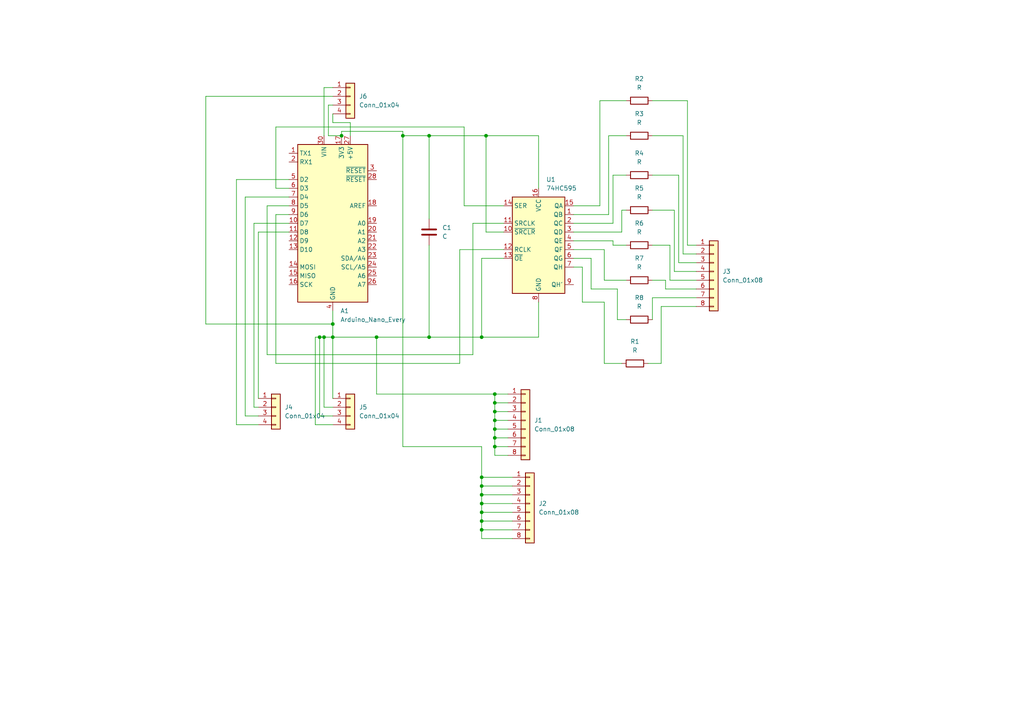
<source format=kicad_sch>
(kicad_sch (version 20231120) (generator "eeschema") (generator_version "8.0")
  (paper "A4")
  (lib_symbols
    (symbol "74xx:74HC595"
      (property "Reference" "U" (at -7.62 13.97 0))
      (property "Value" "74HC595" (at -7.62 -16.51 0))
      (symbol "74HC595_1_0"
        (pin tri_state line (at 10.16 7.62 180) (length 2.54) (name "QB") (number "1"))
        (pin input line (at -10.16 2.54 0) (length 2.54) (name "~{SRCLR}") (number "10"))
        (pin input line (at -10.16 5.08 0) (length 2.54) (name "SRCLK") (number "11"))
        (pin input line (at -10.16 -2.54 0) (length 2.54) (name "RCLK") (number "12"))
        (pin input line (at -10.16 -5.08 0) (length 2.54) (name "~{OE}") (number "13"))
        (pin input line (at -10.16 10.16 0) (length 2.54) (name "SER") (number "14"))
        (pin tri_state line (at 10.16 10.16 180) (length 2.54) (name "QA") (number "15"))
        (pin power_in line (at 0 15.24 270) (length 2.54) (name "VCC") (number "16"))
        (pin tri_state line (at 10.16 5.08 180) (length 2.54) (name "QC") (number "2"))
        (pin tri_state line (at 10.16 2.54 180) (length 2.54) (name "QD") (number "3"))
        (pin tri_state line (at 10.16 0 180) (length 2.54) (name "QE") (number "4"))
        (pin tri_state line (at 10.16 -2.54 180) (length 2.54) (name "QF") (number "5"))
        (pin tri_state line (at 10.16 -5.08 180) (length 2.54) (name "QG") (number "6"))
        (pin tri_state line (at 10.16 -7.62 180) (length 2.54) (name "QH") (number "7"))
        (pin power_in line (at 0 -17.78 90) (length 2.54) (name "GND") (number "8"))
        (pin output line (at 10.16 -12.7 180) (length 2.54) (name "QH'") (number "9"))
      )
      (symbol "74HC595_1_1"
        (rectangle (start -7.62 12.7) (end 7.62 -15.24) (stroke (width 0.254)) (fill (type background)))
      )
    )
    (symbol "Connector_Generic:Conn_01x04" (pin_names (offset 1.016) hide)
      (property "Reference" "J" (at 0 5.08 0))
      (property "Value" "Conn_01x04" (at 0 -7.62 0))
      (symbol "Conn_01x04_1_1"
        (rectangle (start -1.27 -4.953) (end 0 -5.207) (stroke (width 0.1524)))
        (rectangle (start -1.27 -2.413) (end 0 -2.667) (stroke (width 0.1524)))
        (rectangle (start -1.27 0.127) (end 0 -0.127) (stroke (width 0.1524)))
        (rectangle (start -1.27 2.667) (end 0 2.413) (stroke (width 0.1524)))
        (rectangle (start -1.27 3.81) (end 1.27 -6.35) (stroke (width 0.254)) (fill (type background)))
        (pin passive line (at -5.08 2.54 0) (length 3.81) (name "Pin_1") (number "1"))
        (pin passive line (at -5.08 0 0) (length 3.81) (name "Pin_2") (number "2"))
        (pin passive line (at -5.08 -2.54 0) (length 3.81) (name "Pin_3") (number "3"))
        (pin passive line (at -5.08 -5.08 0) (length 3.81) (name "Pin_4") (number "4"))
      )
    )
    (symbol "Connector_Generic:Conn_01x08" (pin_names (offset 1.016) hide)
      (property "Reference" "J" (at 0 10.16 0))
      (property "Value" "Conn_01x08" (at 0 -12.7 0))
      (symbol "Conn_01x08_1_1"
        (rectangle (start -1.27 -10.033) (end 0 -10.287) (stroke (width 0.1524)))
        (rectangle (start -1.27 -7.493) (end 0 -7.747) (stroke (width 0.1524)))
        (rectangle (start -1.27 -4.953) (end 0 -5.207) (stroke (width 0.1524)))
        (rectangle (start -1.27 -2.413) (end 0 -2.667) (stroke (width 0.1524)))
        (rectangle (start -1.27 0.127) (end 0 -0.127) (stroke (width 0.1524)))
        (rectangle (start -1.27 2.667) (end 0 2.413) (stroke (width 0.1524)))
        (rectangle (start -1.27 5.207) (end 0 4.953) (stroke (width 0.1524)))
        (rectangle (start -1.27 7.747) (end 0 7.493) (stroke (width 0.1524)))
        (rectangle (start -1.27 8.89) (end 1.27 -11.43) (stroke (width 0.254)) (fill (type background)))
        (pin passive line (at -5.08 7.62 0) (length 3.81) (name "Pin_1") (number "1"))
        (pin passive line (at -5.08 5.08 0) (length 3.81) (name "Pin_2") (number "2"))
        (pin passive line (at -5.08 2.54 0) (length 3.81) (name "Pin_3") (number "3"))
        (pin passive line (at -5.08 0 0) (length 3.81) (name "Pin_4") (number "4"))
        (pin passive line (at -5.08 -2.54 0) (length 3.81) (name "Pin_5") (number "5"))
        (pin passive line (at -5.08 -5.08 0) (length 3.81) (name "Pin_6") (number "6"))
        (pin passive line (at -5.08 -7.62 0) (length 3.81) (name "Pin_7") (number "7"))
        (pin passive line (at -5.08 -10.16 0) (length 3.81) (name "Pin_8") (number "8"))
      )
    )
    (symbol "Device:C" (pin_numbers hide) (pin_names (offset 0.254))
      (property "Reference" "C" (at 0.635 2.54 0))
      (property "Value" "C" (at 0.635 -2.54 0))
      (symbol "C_0_1"
        (polyline (pts (xy -2.032 -0.762) (xy 2.032 -0.762)) (stroke (width 0.508)))
        (polyline (pts (xy -2.032 0.762) (xy 2.032 0.762)) (stroke (width 0.508)))
      )
      (symbol "C_1_1"
        (pin passive line (at 0 3.81 270) (length 2.794) (name "~") (number "1"))
        (pin passive line (at 0 -3.81 90) (length 2.794) (name "~") (number "2"))
      )
    )
    (symbol "Device:R" (pin_numbers hide) (pin_names (offset 0))
      (property "Reference" "R" (at 2.032 0 90))
      (property "Value" "R" (at 0 0 90))
      (symbol "R_0_1"
        (rectangle (start -1.016 -2.54) (end 1.016 2.54) (stroke (width 0.254)))
      )
      (symbol "R_1_1"
        (pin passive line (at 0 3.81 270) (length 1.27) (name "~") (number "1"))
        (pin passive line (at 0 -3.81 90) (length 1.27) (name "~") (number "2"))
      )
    )
    (symbol "MCU_Module:Arduino_Nano_Every"
      (property "Reference" "A" (at -10.16 23.495 0))
      (property "Value" "Arduino_Nano_Every" (at 5.08 -24.13 0))
      (symbol "Arduino_Nano_Every_0_1"
        (rectangle (start -10.16 22.86) (end 10.16 -22.86) (stroke (width 0.254)) (fill (type background)))
      )
      (symbol "Arduino_Nano_Every_1_1"
        (pin bidirectional line (at -12.7 20.32 0) (length 2.54) (name "TX1") (number "1"))
        (pin bidirectional line (at -12.7 0 0) (length 2.54) (name "D7") (number "10"))
        (pin bidirectional line (at -12.7 -2.54 0) (length 2.54) (name "D8") (number "11"))
        (pin bidirectional line (at -12.7 -5.08 0) (length 2.54) (name "D9") (number "12"))
        (pin bidirectional line (at -12.7 -7.62 0) (length 2.54) (name "D10") (number "13"))
        (pin bidirectional line (at -12.7 -12.7 0) (length 2.54) (name "MOSI") (number "14"))
        (pin bidirectional line (at -12.7 -15.24 0) (length 2.54) (name "MISO") (number "15"))
        (pin bidirectional line (at -12.7 -17.78 0) (length 2.54) (name "SCK") (number "16"))
        (pin power_out line (at 2.54 25.4 270) (length 2.54) (name "3V3") (number "17"))
        (pin input line (at 12.7 5.08 180) (length 2.54) (name "AREF") (number "18"))
        (pin bidirectional line (at 12.7 0 180) (length 2.54) (name "A0") (number "19"))
        (pin bidirectional line (at -12.7 17.78 0) (length 2.54) (name "RX1") (number "2"))
        (pin bidirectional line (at 12.7 -2.54 180) (length 2.54) (name "A1") (number "20"))
        (pin bidirectional line (at 12.7 -5.08 180) (length 2.54) (name "A2") (number "21"))
        (pin bidirectional line (at 12.7 -7.62 180) (length 2.54) (name "A3") (number "22"))
        (pin bidirectional line (at 12.7 -10.16 180) (length 2.54) (name "SDA/A4") (number "23"))
        (pin bidirectional line (at 12.7 -12.7 180) (length 2.54) (name "SCL/A5") (number "24"))
        (pin bidirectional line (at 12.7 -15.24 180) (length 2.54) (name "A6") (number "25"))
        (pin bidirectional line (at 12.7 -17.78 180) (length 2.54) (name "A7") (number "26"))
        (pin power_out line (at 5.08 25.4 270) (length 2.54) (name "+5V") (number "27"))
        (pin input line (at 12.7 12.7 180) (length 2.54) (name "~{RESET}") (number "28"))
        (pin passive line (at 0 -25.4 90) (length 2.54) hide (name "GND") (number "29"))
        (pin input line (at 12.7 15.24 180) (length 2.54) (name "~{RESET}") (number "3"))
        (pin power_in line (at -2.54 25.4 270) (length 2.54) (name "VIN") (number "30"))
        (pin power_in line (at 0 -25.4 90) (length 2.54) (name "GND") (number "4"))
        (pin bidirectional line (at -12.7 12.7 0) (length 2.54) (name "D2") (number "5"))
        (pin bidirectional line (at -12.7 10.16 0) (length 2.54) (name "D3") (number "6"))
        (pin bidirectional line (at -12.7 7.62 0) (length 2.54) (name "D4") (number "7"))
        (pin bidirectional line (at -12.7 5.08 0) (length 2.54) (name "D5") (number "8"))
        (pin bidirectional line (at -12.7 2.54 0) (length 2.54) (name "D6") (number "9"))
      )
    )
  )
  (junction (at 139.7 146.05))
  (junction (at 143.51 114.3))
  (junction (at 99.06 39.37))
  (junction (at 116.84 39.37))
  (junction (at 139.7 153.67))
  (junction (at 96.52 93.98))
  (junction (at 143.51 129.54))
  (junction (at 139.7 148.59))
  (junction (at 140.97 39.37))
  (junction (at 139.7 151.13))
  (junction (at 96.52 97.79))
  (junction (at 143.51 124.46))
  (junction (at 143.51 116.84))
  (junction (at 139.7 140.97))
  (junction (at 124.46 39.37))
  (junction (at 109.22 97.79))
  (junction (at 139.7 143.51))
  (junction (at 124.46 97.79))
  (junction (at 139.7 138.43))
  (junction (at 143.51 121.92))
  (junction (at 139.7 97.79))
  (junction (at 92.71 97.79))
  (junction (at 143.51 119.38))
  (junction (at 143.51 127))
  (junction (at 93.98 97.79))
  (wire (pts (xy 187.96 105.41) (xy 191.77 105.41)))
  (wire (pts (xy 116.84 38.1) (xy 116.84 39.37)))
  (wire (pts (xy 166.37 72.39) (xy 175.26 72.39)))
  (wire (pts (xy 99.06 38.1) (xy 116.84 38.1)))
  (wire (pts (xy 83.82 54.61) (xy 80.01 54.61)))
  (wire (pts (xy 147.32 121.92) (xy 143.51 121.92)))
  (wire (pts (xy 194.31 81.28) (xy 201.93 81.28)))
  (wire (pts (xy 101.6 35.56) (xy 101.6 39.37)))
  (wire (pts (xy 139.7 129.54) (xy 116.84 129.54)))
  (wire (pts (xy 143.51 114.3) (xy 147.32 114.3)))
  (wire (pts (xy 189.23 86.36) (xy 201.93 86.36)))
  (wire (pts (xy 148.59 146.05) (xy 139.7 146.05)))
  (wire (pts (xy 133.35 72.39) (xy 146.05 72.39)))
  (wire (pts (xy 80.01 54.61) (xy 80.01 36.83)))
  (wire (pts (xy 166.37 77.47) (xy 168.91 77.47)))
  (wire (pts (xy 77.47 102.87) (xy 137.16 102.87)))
  (wire (pts (xy 96.52 97.79) (xy 96.52 115.57)))
  (wire (pts (xy 143.51 127) (xy 143.51 129.54)))
  (wire (pts (xy 91.44 97.79) (xy 92.71 97.79)))
  (wire (pts (xy 193.04 83.82) (xy 201.93 83.82)))
  (wire (pts (xy 196.85 76.2) (xy 201.93 76.2)))
  (wire (pts (xy 189.23 60.96) (xy 195.58 60.96)))
  (wire (pts (xy 180.34 60.96) (xy 181.61 60.96)))
  (wire (pts (xy 124.46 71.12) (xy 124.46 97.79)))
  (wire (pts (xy 177.8 50.8) (xy 181.61 50.8)))
  (wire (pts (xy 99.06 38.1) (xy 99.06 39.37)))
  (wire (pts (xy 173.99 29.21) (xy 181.61 29.21)))
  (wire (pts (xy 171.45 74.93) (xy 171.45 83.82)))
  (wire (pts (xy 196.85 50.8) (xy 196.85 76.2)))
  (wire (pts (xy 73.66 118.11) (xy 74.93 118.11)))
  (wire (pts (xy 176.53 39.37) (xy 181.61 39.37)))
  (wire (pts (xy 175.26 87.63) (xy 175.26 105.41)))
  (wire (pts (xy 139.7 156.21) (xy 139.7 153.67)))
  (wire (pts (xy 139.7 151.13) (xy 139.7 148.59)))
  (wire (pts (xy 71.12 57.15) (xy 71.12 120.65)))
  (wire (pts (xy 148.59 140.97) (xy 139.7 140.97)))
  (wire (pts (xy 199.39 71.12) (xy 201.93 71.12)))
  (wire (pts (xy 83.82 52.07) (xy 68.58 52.07)))
  (wire (pts (xy 148.59 153.67) (xy 139.7 153.67)))
  (wire (pts (xy 93.98 97.79) (xy 96.52 97.79)))
  (wire (pts (xy 147.32 124.46) (xy 143.51 124.46)))
  (wire (pts (xy 194.31 71.12) (xy 194.31 81.28)))
  (wire (pts (xy 140.97 39.37) (xy 156.21 39.37)))
  (wire (pts (xy 96.52 27.94) (xy 59.69 27.94)))
  (wire (pts (xy 156.21 87.63) (xy 156.21 97.79)))
  (wire (pts (xy 189.23 29.21) (xy 199.39 29.21)))
  (wire (pts (xy 189.23 92.71) (xy 189.23 86.36)))
  (wire (pts (xy 83.82 57.15) (xy 71.12 57.15)))
  (wire (pts (xy 143.51 119.38) (xy 143.51 121.92)))
  (wire (pts (xy 166.37 74.93) (xy 171.45 74.93)))
  (wire (pts (xy 96.52 30.48) (xy 95.25 30.48)))
  (wire (pts (xy 168.91 77.47) (xy 168.91 87.63)))
  (wire (pts (xy 95.25 30.48) (xy 95.25 39.37)))
  (wire (pts (xy 96.52 97.79) (xy 109.22 97.79)))
  (wire (pts (xy 166.37 67.31) (xy 180.34 67.31)))
  (wire (pts (xy 166.37 62.23) (xy 176.53 62.23)))
  (wire (pts (xy 180.34 67.31) (xy 180.34 60.96)))
  (wire (pts (xy 139.7 143.51) (xy 139.7 146.05)))
  (wire (pts (xy 189.23 71.12) (xy 194.31 71.12)))
  (wire (pts (xy 59.69 93.98) (xy 96.52 93.98)))
  (wire (pts (xy 166.37 64.77) (xy 177.8 64.77)))
  (wire (pts (xy 147.32 116.84) (xy 143.51 116.84)))
  (wire (pts (xy 189.23 50.8) (xy 196.85 50.8)))
  (wire (pts (xy 147.32 127) (xy 143.51 127)))
  (wire (pts (xy 166.37 59.69) (xy 173.99 59.69)))
  (wire (pts (xy 139.7 140.97) (xy 139.7 143.51)))
  (wire (pts (xy 139.7 140.97) (xy 139.7 138.43)))
  (wire (pts (xy 140.97 39.37) (xy 140.97 67.31)))
  (wire (pts (xy 198.12 39.37) (xy 198.12 73.66)))
  (wire (pts (xy 195.58 78.74) (xy 201.93 78.74)))
  (wire (pts (xy 193.04 81.28) (xy 193.04 83.82)))
  (wire (pts (xy 146.05 74.93) (xy 139.7 74.93)))
  (wire (pts (xy 146.05 67.31) (xy 140.97 67.31)))
  (wire (pts (xy 191.77 88.9) (xy 201.93 88.9)))
  (wire (pts (xy 80.01 36.83) (xy 134.62 36.83)))
  (wire (pts (xy 124.46 39.37) (xy 124.46 63.5)))
  (wire (pts (xy 175.26 72.39) (xy 175.26 81.28)))
  (wire (pts (xy 139.7 97.79) (xy 156.21 97.79)))
  (wire (pts (xy 148.59 148.59) (xy 139.7 148.59)))
  (wire (pts (xy 147.32 119.38) (xy 143.51 119.38)))
  (wire (pts (xy 179.07 92.71) (xy 181.61 92.71)))
  (wire (pts (xy 96.52 118.11) (xy 93.98 118.11)))
  (wire (pts (xy 143.51 129.54) (xy 143.51 132.08)))
  (wire (pts (xy 139.7 138.43) (xy 139.7 129.54)))
  (wire (pts (xy 137.16 64.77) (xy 146.05 64.77)))
  (wire (pts (xy 198.12 73.66) (xy 201.93 73.66)))
  (wire (pts (xy 91.44 123.19) (xy 91.44 97.79)))
  (wire (pts (xy 177.8 71.12) (xy 181.61 71.12)))
  (wire (pts (xy 148.59 143.51) (xy 139.7 143.51)))
  (wire (pts (xy 143.51 114.3) (xy 143.51 116.84)))
  (wire (pts (xy 179.07 83.82) (xy 179.07 92.71)))
  (wire (pts (xy 148.59 151.13) (xy 139.7 151.13)))
  (wire (pts (xy 68.58 123.19) (xy 74.93 123.19)))
  (wire (pts (xy 168.91 87.63) (xy 175.26 87.63)))
  (wire (pts (xy 96.52 90.17) (xy 96.52 93.98)))
  (wire (pts (xy 109.22 97.79) (xy 124.46 97.79)))
  (wire (pts (xy 173.99 59.69) (xy 173.99 29.21)))
  (wire (pts (xy 171.45 83.82) (xy 179.07 83.82)))
  (wire (pts (xy 189.23 39.37) (xy 198.12 39.37)))
  (wire (pts (xy 93.98 25.4) (xy 96.52 25.4)))
  (wire (pts (xy 177.8 69.85) (xy 177.8 71.12)))
  (wire (pts (xy 96.52 120.65) (xy 92.71 120.65)))
  (wire (pts (xy 175.26 105.41) (xy 180.34 105.41)))
  (wire (pts (xy 80.01 105.41) (xy 133.35 105.41)))
  (wire (pts (xy 166.37 69.85) (xy 177.8 69.85)))
  (wire (pts (xy 148.59 138.43) (xy 139.7 138.43)))
  (wire (pts (xy 77.47 59.69) (xy 77.47 102.87)))
  (wire (pts (xy 143.51 116.84) (xy 143.51 119.38)))
  (wire (pts (xy 176.53 62.23) (xy 176.53 39.37)))
  (wire (pts (xy 139.7 74.93) (xy 139.7 97.79)))
  (wire (pts (xy 195.58 60.96) (xy 195.58 78.74)))
  (wire (pts (xy 77.47 59.69) (xy 83.82 59.69)))
  (wire (pts (xy 83.82 64.77) (xy 73.66 64.77)))
  (wire (pts (xy 124.46 39.37) (xy 140.97 39.37)))
  (wire (pts (xy 143.51 124.46) (xy 143.51 127)))
  (wire (pts (xy 156.21 39.37) (xy 156.21 54.61)))
  (wire (pts (xy 109.22 114.3) (xy 143.51 114.3)))
  (wire (pts (xy 96.52 33.02) (xy 96.52 35.56)))
  (wire (pts (xy 92.71 97.79) (xy 93.98 97.79)))
  (wire (pts (xy 93.98 118.11) (xy 93.98 97.79)))
  (wire (pts (xy 139.7 153.67) (xy 139.7 151.13)))
  (wire (pts (xy 147.32 132.08) (xy 143.51 132.08)))
  (wire (pts (xy 71.12 120.65) (xy 74.93 120.65)))
  (wire (pts (xy 96.52 123.19) (xy 91.44 123.19)))
  (wire (pts (xy 92.71 120.65) (xy 92.71 97.79)))
  (wire (pts (xy 95.25 39.37) (xy 99.06 39.37)))
  (wire (pts (xy 116.84 39.37) (xy 124.46 39.37)))
  (wire (pts (xy 93.98 39.37) (xy 93.98 25.4)))
  (wire (pts (xy 59.69 27.94) (xy 59.69 93.98)))
  (wire (pts (xy 96.52 35.56) (xy 101.6 35.56)))
  (wire (pts (xy 134.62 36.83) (xy 134.62 59.69)))
  (wire (pts (xy 68.58 52.07) (xy 68.58 123.19)))
  (wire (pts (xy 73.66 64.77) (xy 73.66 118.11)))
  (wire (pts (xy 109.22 97.79) (xy 109.22 114.3)))
  (wire (pts (xy 139.7 148.59) (xy 139.7 146.05)))
  (wire (pts (xy 83.82 62.23) (xy 80.01 62.23)))
  (wire (pts (xy 137.16 102.87) (xy 137.16 64.77)))
  (wire (pts (xy 148.59 156.21) (xy 139.7 156.21)))
  (wire (pts (xy 133.35 105.41) (xy 133.35 72.39)))
  (wire (pts (xy 96.52 93.98) (xy 96.52 97.79)))
  (wire (pts (xy 175.26 81.28) (xy 181.61 81.28)))
  (wire (pts (xy 143.51 121.92) (xy 143.51 124.46)))
  (wire (pts (xy 191.77 105.41) (xy 191.77 88.9)))
  (wire (pts (xy 177.8 64.77) (xy 177.8 50.8)))
  (wire (pts (xy 116.84 129.54) (xy 116.84 39.37)))
  (wire (pts (xy 80.01 62.23) (xy 80.01 105.41)))
  (wire (pts (xy 83.82 67.31) (xy 74.93 67.31)))
  (wire (pts (xy 74.93 67.31) (xy 74.93 115.57)))
  (wire (pts (xy 147.32 129.54) (xy 143.51 129.54)))
  (wire (pts (xy 134.62 59.69) (xy 146.05 59.69)))
  (wire (pts (xy 189.23 81.28) (xy 193.04 81.28)))
  (wire (pts (xy 124.46 97.79) (xy 139.7 97.79)))
  (wire (pts (xy 199.39 29.21) (xy 199.39 71.12)))
  (symbol (lib_id "Device:R") (at 185.42 81.28 90) (unit 1)
    (property "Reference" "R7" (at 185.42 74.93 90))
    (property "Value" "R" (at 185.42 77.47 90))
    (property "Footprint" "Resistor_THT:R_Axial_DIN0207_L6.3mm_D2.5mm_P7.62mm_Horizontal" (effects (hide yes)))
    (property "Description" "Resistor" (effects (hide yes)))
  )
  (symbol (lib_id "Device:C") (at 124.46 67.31 0) (unit 1)
    (property "Reference" "C1" (at 128.27 66.0399 0) (effects (justify left)))
    (property "Value" "C" (at 128.27 68.5799 0) (effects (justify left)))
    (property "Footprint" "Capacitor_THT:CP_Radial_Tantal_D5.5mm_P2.50mm" (effects (hide yes)))
    (property "Description" "Unpolarized capacitor" (effects (hide yes)))
  )
  (symbol (lib_id "Device:R") (at 185.42 60.96 90) (unit 1)
    (property "Reference" "R5" (at 185.42 54.61 90))
    (property "Value" "R" (at 185.42 57.15 90))
    (property "Footprint" "Resistor_THT:R_Axial_DIN0207_L6.3mm_D2.5mm_P7.62mm_Horizontal" (effects (hide yes)))
    (property "Description" "Resistor" (effects (hide yes)))
  )
  (symbol (lib_id "Device:R") (at 185.42 29.21 90) (unit 1)
    (property "Reference" "R2" (at 185.42 22.86 90))
    (property "Value" "R" (at 185.42 25.4 90))
    (property "Footprint" "Resistor_THT:R_Axial_DIN0207_L6.3mm_D2.5mm_P7.62mm_Horizontal" (effects (hide yes)))
    (property "Description" "Resistor" (effects (hide yes)))
  )
  (symbol (lib_id "Device:R") (at 185.42 39.37 90) (unit 1)
    (property "Reference" "R3" (at 185.42 33.02 90))
    (property "Value" "R" (at 185.42 35.56 90))
    (property "Footprint" "Resistor_THT:R_Axial_DIN0207_L6.3mm_D2.5mm_P7.62mm_Horizontal" (effects (hide yes)))
    (property "Description" "Resistor" (effects (hide yes)))
  )
  (symbol (lib_id "Device:R") (at 185.42 92.71 90) (unit 1)
    (property "Reference" "R8" (at 185.42 86.36 90))
    (property "Value" "R" (at 185.42 88.9 90))
    (property "Footprint" "Resistor_THT:R_Axial_DIN0207_L6.3mm_D2.5mm_P7.62mm_Horizontal" (effects (hide yes)))
    (property "Description" "Resistor" (effects (hide yes)))
  )
  (symbol (lib_id "Connector_Generic:Conn_01x08") (at 207.01 78.74 0) (unit 1)
    (property "Reference" "J3" (at 209.55 78.7399 0) (effects (justify left)))
    (property "Value" "Conn_01x08" (at 209.55 81.2799 0) (effects (justify left)))
    (property "Footprint" "Connector_PinHeader_2.54mm:PinHeader_1x08_P2.54mm_Vertical" (effects (hide yes)))
    (property "Description" "Generic connector, single row, 01x08, script generated (kicad-library-utils/schlib/autogen/connector/)" (effects (hide yes)))
  )
  (symbol (lib_id "Device:R") (at 185.42 50.8 90) (unit 1)
    (property "Reference" "R4" (at 185.42 44.45 90))
    (property "Value" "R" (at 185.42 46.99 90))
    (property "Footprint" "Resistor_THT:R_Axial_DIN0207_L6.3mm_D2.5mm_P7.62mm_Horizontal" (effects (hide yes)))
    (property "Description" "Resistor" (effects (hide yes)))
  )
  (symbol (lib_id "Device:R") (at 184.15 105.41 90) (unit 1)
    (property "Reference" "R1" (at 184.15 99.06 90))
    (property "Value" "R" (at 184.15 101.6 90))
    (property "Footprint" "Resistor_THT:R_Axial_DIN0207_L6.3mm_D2.5mm_P7.62mm_Horizontal" (effects (hide yes)))
    (property "Description" "Resistor" (effects (hide yes)))
  )
  (symbol (lib_id "Connector_Generic:Conn_01x08") (at 152.4 121.92 0) (unit 1)
    (property "Reference" "J1" (at 154.94 121.9199 0) (effects (justify left)))
    (property "Value" "Conn_01x08" (at 154.94 124.4599 0) (effects (justify left)))
    (property "Footprint" "Connector_PinHeader_2.54mm:PinHeader_1x08_P2.54mm_Vertical" (effects (hide yes)))
    (property "Description" "Generic connector, single row, 01x08, script generated (kicad-library-utils/schlib/autogen/connector/)" (effects (hide yes)))
  )
  (symbol (lib_id "Connector_Generic:Conn_01x04") (at 101.6 27.94 0) (unit 1)
    (property "Reference" "J6" (at 104.14 27.9399 0) (effects (justify left)))
    (property "Value" "Conn_01x04" (at 104.14 30.4799 0) (effects (justify left)))
    (property "Footprint" "Connector_PinHeader_2.54mm:PinHeader_1x04_P2.54mm_Vertical" (effects (hide yes)))
    (property "Description" "Generic connector, single row, 01x04, script generated (kicad-library-utils/schlib/autogen/connector/)" (effects (hide yes)))
  )
  (symbol (lib_id "Connector_Generic:Conn_01x04") (at 101.6 118.11 0) (unit 1)
    (property "Reference" "J5" (at 104.14 118.1099 0) (effects (justify left)))
    (property "Value" "Conn_01x04" (at 104.14 120.6499 0) (effects (justify left)))
    (property "Footprint" "Connector_PinHeader_2.54mm:PinHeader_1x04_P2.54mm_Vertical" (effects (hide yes)))
    (property "Description" "Generic connector, single row, 01x04, script generated (kicad-library-utils/schlib/autogen/connector/)" (effects (hide yes)))
  )
  (symbol (lib_id "74xx:74HC595") (at 156.21 69.85 0) (unit 1)
    (property "Reference" "U1" (at 158.4041 52.07 0) (effects (justify left)))
    (property "Value" "74HC595" (at 158.4041 54.61 0) (effects (justify left)))
    (property "Footprint" "Package_DIP:DIP-16_W7.62mm_Socket" (effects (hide yes)))
    (property "Datasheet" "http://www.ti.com/lit/ds/symlink/sn74hc595.pdf" (effects (hide yes)))
    (property "Description" "8-bit serial in/out Shift Register 3-State Outputs" (effects (hide yes)))
  )
  (symbol (lib_id "Connector_Generic:Conn_01x04") (at 80.01 118.11 0) (unit 1)
    (property "Reference" "J4" (at 82.55 118.1099 0) (effects (justify left)))
    (property "Value" "Conn_01x04" (at 82.55 120.6499 0) (effects (justify left)))
    (property "Footprint" "Connector_PinHeader_2.54mm:PinHeader_1x04_P2.54mm_Vertical" (effects (hide yes)))
    (property "Description" "Generic connector, single row, 01x04, script generated (kicad-library-utils/schlib/autogen/connector/)" (effects (hide yes)))
  )
  (symbol (lib_id "Device:R") (at 185.42 71.12 90) (unit 1)
    (property "Reference" "R6" (at 185.42 64.77 90))
    (property "Value" "R" (at 185.42 67.31 90))
    (property "Footprint" "Resistor_THT:R_Axial_DIN0207_L6.3mm_D2.5mm_P7.62mm_Horizontal" (effects (hide yes)))
    (property "Description" "Resistor" (effects (hide yes)))
  )
  (symbol (lib_id "Connector_Generic:Conn_01x08") (at 153.67 146.05 0) (unit 1)
    (property "Reference" "J2" (at 156.21 146.0499 0) (effects (justify left)))
    (property "Value" "Conn_01x08" (at 156.21 148.5899 0) (effects (justify left)))
    (property "Footprint" "Connector_PinHeader_2.54mm:PinHeader_1x08_P2.54mm_Vertical" (effects (hide yes)))
    (property "Description" "Generic connector, single row, 01x08, script generated (kicad-library-utils/schlib/autogen/connector/)" (effects (hide yes)))
  )
  (symbol (lib_id "MCU_Module:Arduino_Nano_Every") (at 96.52 64.77 0) (unit 1)
    (property "Reference" "A1" (at 98.7141 90.17 0) (effects (justify left)))
    (property "Value" "Arduino_Nano_Every" (at 98.7141 92.71 0) (effects (justify left)))
    (property "Footprint" "Module:Arduino_Nano" (effects (hide yes)))
    (property "Datasheet" "https://content.arduino.cc/assets/NANOEveryV3.0_sch.pdf" (effects (hide yes)))
    (property "Description" "Arduino Nano Every" (effects (hide yes)))
  )
)
</source>
